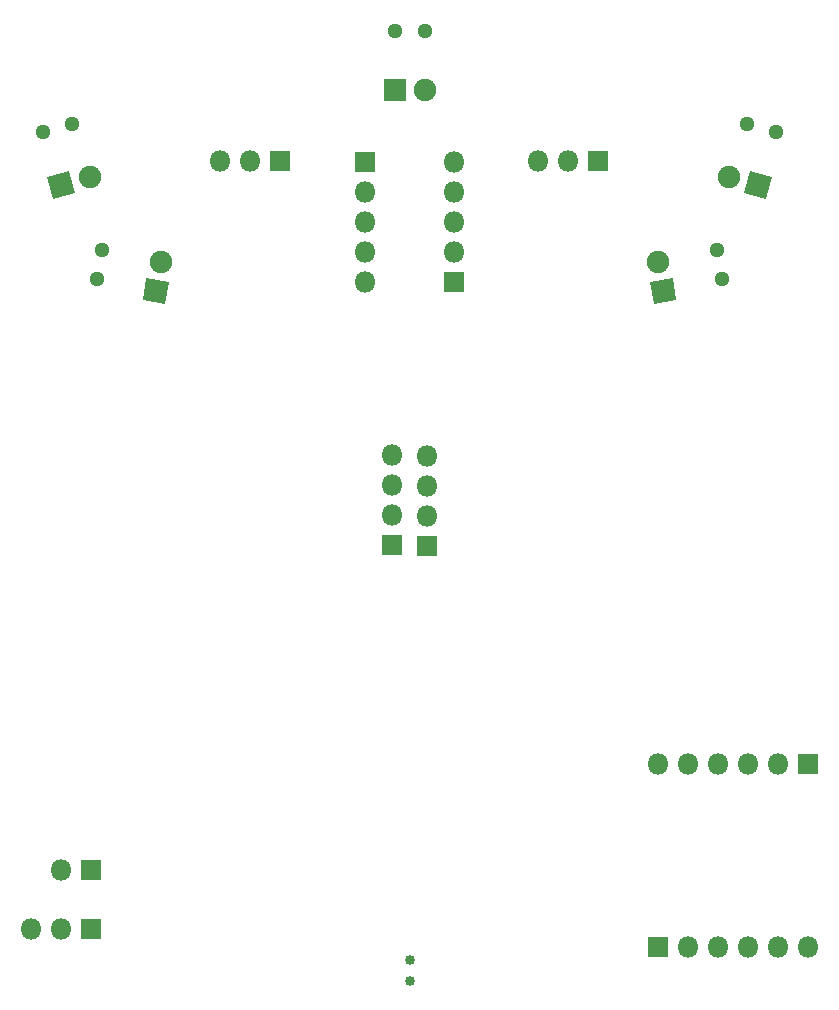
<source format=gbr>
%TF.GenerationSoftware,KiCad,Pcbnew,(5.1.6)-1*%
%TF.CreationDate,2023-05-06T22:04:27+09:00*%
%TF.ProjectId,RX621,52583632-312e-46b6-9963-61645f706362,rev?*%
%TF.SameCoordinates,Original*%
%TF.FileFunction,Soldermask,Bot*%
%TF.FilePolarity,Negative*%
%FSLAX46Y46*%
G04 Gerber Fmt 4.6, Leading zero omitted, Abs format (unit mm)*
G04 Created by KiCad (PCBNEW (5.1.6)-1) date 2023-05-06 22:04:27*
%MOMM*%
%LPD*%
G01*
G04 APERTURE LIST*
%ADD10O,1.800000X1.800000*%
%ADD11R,1.800000X1.800000*%
%ADD12C,0.100000*%
%ADD13C,1.900000*%
%ADD14R,1.900000X1.900000*%
%ADD15C,1.292000*%
%ADD16C,0.850000*%
G04 APERTURE END LIST*
D10*
%TO.C,BAT1*%
X176460000Y-148000000D03*
D11*
X179000000Y-148000000D03*
%TD*%
%TO.C,CN1*%
X222000000Y-88000000D03*
D10*
X219460000Y-88000000D03*
X216920000Y-88000000D03*
%TD*%
%TO.C,ENC_L1*%
X204500000Y-112880000D03*
X204500000Y-115420000D03*
X204500000Y-117960000D03*
D11*
X204500000Y-120500000D03*
%TD*%
%TO.C,ENC_R1*%
X207500000Y-120540000D03*
D10*
X207500000Y-118000000D03*
X207500000Y-115460000D03*
X207500000Y-112920000D03*
%TD*%
%TO.C,G1*%
X202250000Y-98260000D03*
X202250000Y-95720000D03*
X202250000Y-93180000D03*
X202250000Y-90640000D03*
D11*
X202250000Y-88100000D03*
%TD*%
%TO.C,G2*%
X209750000Y-98250000D03*
D10*
X209750000Y-95710000D03*
X209750000Y-93170000D03*
X209750000Y-90630000D03*
X209750000Y-88090000D03*
%TD*%
D12*
%TO.C,IR0*%
G36*
X185270602Y-100100533D02*
G01*
X183399467Y-99770602D01*
X183729398Y-97899467D01*
X185600533Y-98229398D01*
X185270602Y-100100533D01*
G37*
D13*
X184941066Y-96498588D03*
%TD*%
D12*
%TO.C,IR1*%
G36*
X175828249Y-91163508D02*
G01*
X175336492Y-89328249D01*
X177171751Y-88836492D01*
X177663508Y-90671751D01*
X175828249Y-91163508D01*
G37*
D13*
X178953452Y-89342600D03*
%TD*%
%TO.C,IR2*%
X207290000Y-82000000D03*
D14*
X204750000Y-82000000D03*
%TD*%
D12*
%TO.C,IR3*%
G36*
X236663508Y-89328249D02*
G01*
X236171751Y-91163508D01*
X234336492Y-90671751D01*
X234828249Y-88836492D01*
X236663508Y-89328249D01*
G37*
D13*
X233046548Y-89342600D03*
%TD*%
%TO.C,IR4*%
X227058934Y-96498588D03*
D12*
G36*
X228600533Y-99770602D02*
G01*
X226729398Y-100100533D01*
X226399467Y-98229398D01*
X228270602Y-97899467D01*
X228600533Y-99770602D01*
G37*
%TD*%
D10*
%TO.C,MD1*%
X227050000Y-139000000D03*
X229590000Y-139000000D03*
X232130000Y-139000000D03*
X234670000Y-139000000D03*
X237210000Y-139000000D03*
D11*
X239750000Y-139000000D03*
%TD*%
%TO.C,MD2*%
X227000000Y-154500000D03*
D10*
X229540000Y-154500000D03*
X232080000Y-154500000D03*
X234620000Y-154500000D03*
X237160000Y-154500000D03*
X239700000Y-154500000D03*
%TD*%
D15*
%TO.C,S0*%
X179500000Y-98000000D03*
X179941066Y-95498588D03*
%TD*%
%TO.C,S1*%
X177453452Y-84842600D03*
X175000000Y-85500000D03*
%TD*%
%TO.C,S2*%
X204750000Y-77000000D03*
X207290000Y-77000000D03*
%TD*%
%TO.C,S3*%
X234546548Y-84842600D03*
X237000000Y-85500000D03*
%TD*%
%TO.C,S4*%
X232500000Y-98000000D03*
X232058934Y-95498588D03*
%TD*%
D11*
%TO.C,SW1*%
X195000000Y-88000000D03*
D10*
X192460000Y-88000000D03*
X189920000Y-88000000D03*
%TD*%
D16*
%TO.C,SW3*%
X206000000Y-157400000D03*
X206000000Y-155600000D03*
%TD*%
D10*
%TO.C,SW4*%
X173920000Y-153000000D03*
X176460000Y-153000000D03*
D11*
X179000000Y-153000000D03*
%TD*%
M02*

</source>
